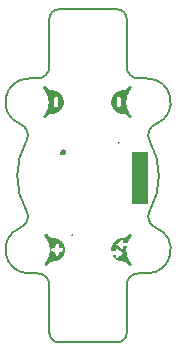
<source format=gbo>
G04*
G04 #@! TF.GenerationSoftware,Altium Limited,Altium Designer,21.6.4 (81)*
G04*
G04 Layer_Color=32896*
%FSAX25Y25*%
%MOIN*%
G70*
G04*
G04 #@! TF.SameCoordinates,9A5FF030-8DC4-432F-A364-1BA2AF03453A*
G04*
G04*
G04 #@! TF.FilePolarity,Positive*
G04*
G01*
G75*
%ADD13C,0.00787*%
%ADD25C,0.01968*%
%ADD52C,0.00591*%
%ADD53R,0.05610X0.17472*%
G36*
X-0014020Y0002509D02*
X-0014082Y0002519D01*
X-0014143Y0002537D01*
X-0014201Y0002561D01*
X-0014256Y0002591D01*
X-0014308Y0002628D01*
X-0014355Y0002670D01*
X-0014397Y0002717D01*
X-0014433Y0002768D01*
X-0014464Y0002823D01*
X-0014488Y0002882D01*
X-0014505Y0002943D01*
X-0014516Y0003005D01*
X-0014520Y0003068D01*
X-0014516Y0003131D01*
X-0014505Y0003193D01*
X-0014488Y0003254D01*
X-0014464Y0003312D01*
X-0014433Y0003367D01*
X-0014397Y0003418D01*
X-0014387Y0003429D01*
X-0014388Y0003429D01*
X-0014388Y0003430D01*
X-0014339Y0003487D01*
X-0014198Y0003664D01*
X-0014064Y0003846D01*
X-0013935Y0004032D01*
X-0013812Y0004222D01*
X-0013696Y0004416D01*
X-0013586Y0004614D01*
X-0013483Y0004815D01*
X-0013386Y0005020D01*
X-0013296Y0005227D01*
X-0013213Y0005438D01*
X-0013136Y0005651D01*
X-0013067Y0005866D01*
X-0013005Y0006084D01*
X-0012950Y0006304D01*
X-0012902Y0006525D01*
X-0012862Y0006747D01*
X-0012829Y0006971D01*
X-0012803Y0007196D01*
X-0012784Y0007422D01*
X-0012773Y0007648D01*
X-0012769Y0007874D01*
X-0012773Y0008100D01*
X-0012784Y0008326D01*
X-0012803Y0008552D01*
X-0012829Y0008777D01*
X-0012862Y0009001D01*
X-0012902Y0009223D01*
X-0012950Y0009444D01*
X-0013005Y0009664D01*
X-0013067Y0009882D01*
X-0013136Y0010097D01*
X-0013213Y0010310D01*
X-0013296Y0010520D01*
X-0013386Y0010728D01*
X-0013483Y0010933D01*
X-0013586Y0011134D01*
X-0013696Y0011332D01*
X-0013812Y0011526D01*
X-0013935Y0011716D01*
X-0014064Y0011902D01*
X-0014198Y0012084D01*
X-0014339Y0012261D01*
X-0014391Y0012322D01*
X-0014391Y0012323D01*
X-0014391Y0012323D01*
X-0014401Y0012334D01*
X-0014437Y0012386D01*
X-0014468Y0012441D01*
X-0014492Y0012500D01*
X-0014510Y0012561D01*
X-0014520Y0012623D01*
X-0014524Y0012686D01*
X-0014520Y0012750D01*
X-0014510Y0012812D01*
X-0014492Y0012873D01*
X-0014468Y0012931D01*
X-0014437Y0012987D01*
X-0014401Y0013038D01*
X-0014358Y0013086D01*
X-0014311Y0013128D01*
X-0014259Y0013165D01*
X-0014204Y0013195D01*
X-0014145Y0013220D01*
X-0014085Y0013237D01*
X-0014022Y0013248D01*
X-0013959Y0013251D01*
X-0013895Y0013248D01*
X-0013833Y0013237D01*
X-0013772Y0013220D01*
X-0013714Y0013195D01*
X-0013658Y0013165D01*
X-0013607Y0013128D01*
X-0013559Y0013086D01*
X-0013526Y0013049D01*
X-0013526Y0013049D01*
X-0013526Y0013049D01*
X-0013490Y0013006D01*
X-0013332Y0012809D01*
X-0013181Y0012607D01*
Y0012607D01*
D01*
X-0013180Y0012607D01*
X-0013178Y0012604D01*
X-0013178Y0012604D01*
X-0013138Y0012549D01*
X-0013061Y0012457D01*
X-0012978Y0012369D01*
X-0012890Y0012286D01*
X-0012798Y0012209D01*
X-0012701Y0012138D01*
X-0012600Y0012072D01*
X-0012495Y0012013D01*
X-0012386Y0011961D01*
X-0012275Y0011914D01*
X-0012161Y0011875D01*
X-0012045Y0011843D01*
X-0011927Y0011818D01*
X-0011808Y0011800D01*
X-0011688Y0011789D01*
X-0011585Y0011785D01*
Y0011785D01*
X-0011448Y0011782D01*
X-0011278Y0011771D01*
X-0011108Y0011752D01*
X-0010939Y0011727D01*
X-0010772Y0011693D01*
X-0010606Y0011653D01*
X-0010442Y0011605D01*
X-0010281Y0011550D01*
X-0010121Y0011488D01*
X-0009965Y0011419D01*
X-0009812Y0011344D01*
X-0009663Y0011262D01*
X-0009517Y0011173D01*
X-0009375Y0011079D01*
X-0009237Y0010978D01*
X-0009104Y0010871D01*
X-0008976Y0010758D01*
X-0008852Y0010640D01*
X-0008734Y0010517D01*
X-0008622Y0010389D01*
X-0008515Y0010255D01*
X-0008414Y0010118D01*
X-0008319Y0009976D01*
X-0008231Y0009830D01*
X-0008149Y0009680D01*
X-0008073Y0009527D01*
X-0008004Y0009371D01*
X-0007942Y0009212D01*
X-0007888Y0009050D01*
X-0007840Y0008886D01*
X-0007799Y0008721D01*
X-0007766Y0008553D01*
X-0007740Y0008385D01*
X-0007722Y0008215D01*
X-0007710Y0008045D01*
X-0007707Y0007874D01*
X-0007710Y0007703D01*
X-0007722Y0007533D01*
X-0007740Y0007363D01*
X-0007766Y0007195D01*
X-0007799Y0007027D01*
X-0007840Y0006861D01*
X-0007888Y0006698D01*
X-0007942Y0006536D01*
X-0008004Y0006377D01*
X-0008073Y0006221D01*
X-0008149Y0006068D01*
X-0008231Y0005918D01*
X-0008319Y0005772D01*
X-0008414Y0005630D01*
X-0008515Y0005493D01*
X-0008622Y0005359D01*
X-0008734Y0005231D01*
X-0008852Y0005108D01*
X-0008976Y0004990D01*
X-0009104Y0004877D01*
X-0009237Y0004770D01*
X-0009375Y0004670D01*
X-0009517Y0004575D01*
X-0009663Y0004486D01*
X-0009812Y0004404D01*
X-0009965Y0004329D01*
X-0010121Y0004260D01*
X-0010281Y0004198D01*
X-0010442Y0004143D01*
X-0010606Y0004095D01*
X-0010772Y0004055D01*
X-0010939Y0004022D01*
X-0011108Y0003996D01*
X-0011278Y0003977D01*
X-0011448Y0003966D01*
X-0011588Y0003963D01*
X-0011588Y0003963D01*
X-0011694Y0003959D01*
X-0011814Y0003949D01*
X-0011933Y0003930D01*
X-0012050Y0003905D01*
X-0012167Y0003873D01*
X-0012280Y0003833D01*
X-0012392Y0003787D01*
X-0012500Y0003735D01*
X-0012605Y0003675D01*
X-0012706Y0003610D01*
X-0012803Y0003539D01*
X-0012896Y0003461D01*
X-0012983Y0003379D01*
X-0013066Y0003291D01*
X-0013143Y0003199D01*
X-0013182Y0003146D01*
X-0013183Y0003145D01*
X-0013185Y0003142D01*
X-0013185Y0003142D01*
X-0013332Y0002946D01*
X-0013490Y0002749D01*
X-0013526Y0002706D01*
X-0013526Y0002706D01*
X-0013559Y0002670D01*
X-0013606Y0002628D01*
X-0013658Y0002591D01*
X-0013713Y0002561D01*
X-0013771Y0002537D01*
X-0013832Y0002519D01*
X-0013894Y0002509D01*
X-0013957Y0002505D01*
X-0014020Y0002509D01*
D02*
G37*
G36*
X0013895Y0002500D02*
X0013833Y0002511D01*
X0013772Y0002528D01*
X0013714Y0002553D01*
X0013658Y0002583D01*
X0013607Y0002620D01*
X0013559Y0002662D01*
X0013526Y0002699D01*
X0013526Y0002699D01*
X0013526Y0002699D01*
X0013490Y0002742D01*
X0013332Y0002939D01*
X0013181Y0003141D01*
X0013181Y0003141D01*
X0013180Y0003141D01*
X0013178Y0003144D01*
X0013178Y0003144D01*
X0013138Y0003199D01*
X0013061Y0003291D01*
X0012978Y0003379D01*
X0012890Y0003462D01*
X0012798Y0003539D01*
X0012701Y0003610D01*
X0012600Y0003675D01*
X0012495Y0003735D01*
X0012386Y0003787D01*
X0012275Y0003833D01*
X0012161Y0003873D01*
X0012045Y0003905D01*
X0011927Y0003931D01*
X0011808Y0003949D01*
X0011688Y0003960D01*
X0011585Y0003963D01*
X0011585Y0003963D01*
X0011448Y0003966D01*
X0011278Y0003977D01*
X0011108Y0003996D01*
X0010939Y0004022D01*
X0010772Y0004055D01*
X0010606Y0004095D01*
X0010442Y0004143D01*
X0010281Y0004198D01*
X0010121Y0004260D01*
X0009965Y0004329D01*
X0009812Y0004404D01*
X0009663Y0004486D01*
X0009517Y0004575D01*
X0009375Y0004670D01*
X0009237Y0004770D01*
X0009104Y0004877D01*
X0008976Y0004990D01*
X0008852Y0005108D01*
X0008734Y0005231D01*
X0008622Y0005359D01*
X0008515Y0005493D01*
X0008414Y0005630D01*
X0008319Y0005772D01*
X0008231Y0005918D01*
X0008149Y0006068D01*
X0008144Y0006078D01*
X0009450D01*
X0009450Y0005315D01*
X0009450Y0005315D01*
X0009453Y0005281D01*
X0009461Y0005247D01*
X0009474Y0005214D01*
X0009493Y0005185D01*
X0009515Y0005158D01*
X0009542Y0005135D01*
X0009572Y0005117D01*
X0009604Y0005104D01*
X0009638Y0005096D01*
X0009673Y0005093D01*
X0009707Y0005096D01*
X0009741Y0005104D01*
X0009774Y0005117D01*
X0009803Y0005135D01*
X0009806Y0005137D01*
X0009806Y0005137D01*
X0011643Y0006514D01*
X0011643Y0006514D01*
X0011667Y0006535D01*
X0011690Y0006561D01*
X0011708Y0006591D01*
X0011721Y0006623D01*
X0011730Y0006657D01*
X0011732Y0006692D01*
X0011730Y0006727D01*
X0011721Y0006761D01*
X0011708Y0006793D01*
X0011690Y0006823D01*
X0011667Y0006849D01*
X0011644Y0006870D01*
X0011643Y0006870D01*
X0009806Y0008249D01*
X0009806Y0008249D01*
X0009803Y0008251D01*
X0009774Y0008270D01*
X0009741Y0008283D01*
X0009707Y0008291D01*
X0009673Y0008294D01*
X0009638Y0008291D01*
X0009604Y0008283D01*
X0009572Y0008270D01*
X0009542Y0008251D01*
X0009515Y0008229D01*
X0009493Y0008202D01*
X0009474Y0008172D01*
X0009461Y0008140D01*
X0009453Y0008106D01*
X0009450Y0008071D01*
X0009450D01*
X0009450Y0007310D01*
X0007748D01*
X0007740Y0007363D01*
X0007722Y0007533D01*
X0007710Y0007703D01*
X0007707Y0007874D01*
X0007710Y0008045D01*
X0007722Y0008215D01*
X0007740Y0008385D01*
X0007766Y0008553D01*
X0007799Y0008721D01*
X0007840Y0008886D01*
X0007888Y0009050D01*
X0007942Y0009212D01*
X0008004Y0009371D01*
X0008073Y0009527D01*
X0008149Y0009680D01*
X0008231Y0009830D01*
X0008319Y0009976D01*
X0008414Y0010118D01*
X0008515Y0010255D01*
X0008622Y0010389D01*
X0008734Y0010517D01*
X0008852Y0010640D01*
X0008976Y0010758D01*
X0009104Y0010871D01*
X0009237Y0010978D01*
X0009375Y0011079D01*
X0009517Y0011173D01*
X0009663Y0011262D01*
X0009812Y0011344D01*
X0009965Y0011419D01*
X0010121Y0011488D01*
X0010281Y0011550D01*
X0010442Y0011605D01*
X0010606Y0011653D01*
X0010772Y0011693D01*
X0010939Y0011727D01*
X0011108Y0011752D01*
X0011278Y0011771D01*
X0011448Y0011782D01*
X0011588Y0011785D01*
X0011588Y0011785D01*
Y0011785D01*
X0011588Y0011785D01*
X0011694Y0011789D01*
X0011814Y0011800D01*
X0011933Y0011818D01*
X0012050Y0011843D01*
X0012167Y0011875D01*
X0012280Y0011915D01*
X0012392Y0011961D01*
X0012500Y0012013D01*
X0012605Y0012073D01*
X0012706Y0012138D01*
X0012803Y0012209D01*
X0012896Y0012286D01*
X0012983Y0012369D01*
X0013066Y0012457D01*
X0013143Y0012549D01*
X0013182Y0012602D01*
X0013183Y0012603D01*
X0013185Y0012606D01*
X0013185Y0012606D01*
X0013332Y0012802D01*
X0013490Y0012999D01*
X0013526Y0013042D01*
X0013526Y0013042D01*
X0013526Y0013042D01*
X0013559Y0013078D01*
X0013606Y0013120D01*
X0013658Y0013157D01*
X0013713Y0013187D01*
X0013771Y0013211D01*
X0013832Y0013229D01*
X0013894Y0013239D01*
X0013957Y0013243D01*
X0014020Y0013239D01*
X0014082Y0013229D01*
X0014143Y0013211D01*
X0014201Y0013187D01*
X0014256Y0013157D01*
X0014308Y0013120D01*
X0014355Y0013078D01*
X0014397Y0013031D01*
X0014433Y0012980D01*
X0014464Y0012924D01*
X0014488Y0012866D01*
X0014505Y0012806D01*
X0014516Y0012743D01*
X0014520Y0012680D01*
X0014516Y0012617D01*
X0014505Y0012555D01*
X0014488Y0012495D01*
X0014464Y0012436D01*
X0014433Y0012381D01*
X0014397Y0012330D01*
X0014387Y0012319D01*
X0014388Y0012319D01*
X0014388Y0012318D01*
X0014339Y0012261D01*
X0014198Y0012084D01*
X0014064Y0011902D01*
X0013935Y0011716D01*
X0013812Y0011526D01*
X0013696Y0011332D01*
X0013586Y0011134D01*
X0013483Y0010933D01*
X0013386Y0010728D01*
X0013296Y0010520D01*
X0013213Y0010310D01*
X0013192Y0010253D01*
X0011751Y0010253D01*
X0011751Y0011015D01*
X0011751Y0011015D01*
X0011749Y0011050D01*
X0011740Y0011084D01*
X0011727Y0011116D01*
X0011709Y0011146D01*
X0011686Y0011173D01*
X0011660Y0011195D01*
X0011630Y0011214D01*
X0011598Y0011227D01*
X0011564Y0011235D01*
X0011529Y0011238D01*
X0011494Y0011235D01*
X0011460Y0011227D01*
X0011428Y0011214D01*
X0011398Y0011195D01*
X0011396Y0011193D01*
X0011395Y0011193D01*
X0009558Y0009816D01*
X0009558Y0009816D01*
X0009534Y0009796D01*
X0009511Y0009769D01*
X0009493Y0009740D01*
X0009480Y0009707D01*
X0009472Y0009673D01*
X0009469Y0009639D01*
X0009472Y0009604D01*
X0009480Y0009570D01*
X0009493Y0009538D01*
X0009511Y0009508D01*
X0009534Y0009481D01*
X0009558Y0009461D01*
X0009558Y0009461D01*
X0011395Y0008082D01*
X0011395Y0008082D01*
X0011398Y0008079D01*
X0011428Y0008061D01*
X0011460Y0008048D01*
X0011494Y0008040D01*
X0011529Y0008037D01*
X0011564Y0008040D01*
X0011598Y0008048D01*
X0011630Y0008061D01*
X0011660Y0008079D01*
X0011686Y0008102D01*
X0011709Y0008129D01*
X0011727Y0008158D01*
X0011740Y0008191D01*
X0011749Y0008225D01*
X0011751Y0008259D01*
X0011751D01*
X0011751Y0009021D01*
X0012866Y0009021D01*
X0012862Y0009001D01*
X0012829Y0008777D01*
X0012803Y0008552D01*
X0012784Y0008326D01*
X0012773Y0008100D01*
X0012769Y0007874D01*
X0012773Y0007648D01*
X0012784Y0007422D01*
X0012803Y0007196D01*
X0012829Y0006971D01*
X0012862Y0006747D01*
X0012902Y0006525D01*
X0012950Y0006304D01*
X0013005Y0006084D01*
X0013067Y0005866D01*
X0013136Y0005651D01*
X0013213Y0005438D01*
X0013296Y0005227D01*
X0013386Y0005020D01*
X0013483Y0004815D01*
X0013586Y0004614D01*
X0013696Y0004416D01*
X0013812Y0004222D01*
X0013935Y0004032D01*
X0014064Y0003846D01*
X0014198Y0003664D01*
X0014339Y0003487D01*
X0014391Y0003426D01*
X0014391Y0003425D01*
X0014391Y0003425D01*
X0014401Y0003414D01*
X0014437Y0003362D01*
X0014468Y0003307D01*
X0014492Y0003248D01*
X0014510Y0003187D01*
X0014520Y0003125D01*
X0014524Y0003062D01*
X0014520Y0002998D01*
X0014510Y0002936D01*
X0014492Y0002875D01*
X0014468Y0002817D01*
X0014437Y0002761D01*
X0014401Y0002709D01*
X0014358Y0002662D01*
X0014311Y0002620D01*
X0014259Y0002583D01*
X0014204Y0002553D01*
X0014145Y0002528D01*
X0014085Y0002511D01*
X0014022Y0002500D01*
X0013959Y0002497D01*
X0013895Y0002500D01*
D02*
G37*
G36*
X-0014914Y0061962D02*
X-0014903Y0062024D01*
X-0014886Y0062085D01*
X-0014862Y0062144D01*
X-0014831Y0062199D01*
X-0014794Y0062251D01*
X-0014752Y0062298D01*
X-0014705Y0062340D01*
X-0014653Y0062377D01*
X-0014598Y0062408D01*
X-0014539Y0062432D01*
X-0014478Y0062450D01*
X-0014416Y0062460D01*
X-0014352Y0062464D01*
X-0014289Y0062460D01*
X-0014227Y0062450D01*
X-0014166Y0062432D01*
X-0014107Y0062408D01*
X-0014052Y0062377D01*
X-0014000Y0062340D01*
X-0013953Y0062298D01*
X-0013920Y0062261D01*
X-0013920Y0062262D01*
X-0013920Y0062261D01*
X-0013884Y0062219D01*
X-0013726Y0062021D01*
X-0013574Y0061820D01*
X-0013574Y0061820D01*
X-0013574Y0061820D01*
X-0013572Y0061817D01*
X-0013572Y0061816D01*
X-0013531Y0061762D01*
X-0013454Y0061669D01*
X-0013372Y0061581D01*
X-0013284Y0061499D01*
X-0013192Y0061422D01*
X-0013094Y0061350D01*
X-0012993Y0061285D01*
X-0012888Y0061226D01*
X-0012780Y0061173D01*
X-0012669Y0061127D01*
X-0012555Y0061088D01*
X-0012439Y0061055D01*
X-0012321Y0061030D01*
X-0012202Y0061012D01*
X-0012082Y0061001D01*
X-0011979Y0060998D01*
X-0011979Y0060998D01*
X-0011842Y0060995D01*
X-0011671Y0060984D01*
X-0011502Y0060965D01*
X-0011333Y0060939D01*
X-0011165Y0060906D01*
X-0011000Y0060865D01*
X-0010836Y0060817D01*
X-0010674Y0060763D01*
X-0010515Y0060701D01*
X-0010359Y0060632D01*
X-0010206Y0060556D01*
X-0010056Y0060474D01*
X-0009910Y0060386D01*
X-0009768Y0060291D01*
X-0009631Y0060190D01*
X-0009498Y0060083D01*
X-0009369Y0059971D01*
X-0009246Y0059853D01*
X-0009128Y0059729D01*
X-0009015Y0059601D01*
X-0008909Y0059468D01*
X-0008808Y0059330D01*
X-0008713Y0059188D01*
X-0008624Y0059042D01*
X-0008542Y0058893D01*
X-0008467Y0058740D01*
X-0008398Y0058583D01*
X-0008336Y0058424D01*
X-0008281Y0058263D01*
X-0008234Y0058099D01*
X-0008193Y0057933D01*
X-0008160Y0057766D01*
X-0008134Y0057597D01*
X-0008115Y0057427D01*
X-0008104Y0057257D01*
X-0008100Y0057086D01*
X-0008104Y0056916D01*
X-0008115Y0056745D01*
X-0008134Y0056576D01*
X-0008160Y0056407D01*
X-0008193Y0056240D01*
X-0008234Y0056074D01*
X-0008281Y0055910D01*
X-0008336Y0055748D01*
X-0008398Y0055589D01*
X-0008467Y0055433D01*
X-0008542Y0055280D01*
X-0008624Y0055130D01*
X-0008713Y0054985D01*
X-0008808Y0054843D01*
X-0008909Y0054705D01*
X-0009015Y0054572D01*
X-0009128Y0054444D01*
X-0009246Y0054320D01*
X-0009369Y0054202D01*
X-0009498Y0054090D01*
X-0009631Y0053983D01*
X-0009768Y0053882D01*
X-0009910Y0053787D01*
X-0010056Y0053699D01*
X-0010206Y0053616D01*
X-0010359Y0053541D01*
X-0010515Y0053472D01*
X-0010674Y0053410D01*
X-0010836Y0053356D01*
X-0011000Y0053308D01*
X-0011165Y0053267D01*
X-0011333Y0053234D01*
X-0011502Y0053208D01*
X-0011671Y0053189D01*
X-0011842Y0053178D01*
X-0011982Y0053175D01*
Y0053175D01*
X-0012087Y0053172D01*
X-0012207Y0053161D01*
X-0012326Y0053143D01*
X-0012444Y0053118D01*
X-0012560Y0053085D01*
X-0012674Y0053046D01*
X-0012786Y0053000D01*
X-0012894Y0052947D01*
X-0012999Y0052888D01*
X-0013100Y0052823D01*
X-0013197Y0052751D01*
X-0013289Y0052674D01*
X-0013377Y0052591D01*
X-0013460Y0052504D01*
X-0013537Y0052411D01*
X-0013576Y0052358D01*
X-0013576Y0052358D01*
X-0013578Y0052355D01*
X-0013579Y0052355D01*
X-0013726Y0052159D01*
X-0013884Y0051961D01*
X-0013920Y0051919D01*
X-0013920Y0051919D01*
X-0013920D01*
X-0013920Y0051919D01*
X-0013953Y0051882D01*
X-0014000Y0051840D01*
X-0014051Y0051804D01*
X-0014107Y0051773D01*
X-0014165Y0051749D01*
X-0014225Y0051732D01*
X-0014288Y0051721D01*
X-0014351Y0051718D01*
X-0014414Y0051721D01*
X-0014476Y0051732D01*
X-0014536Y0051749D01*
X-0014595Y0051773D01*
X-0014650Y0051804D01*
X-0014701Y0051840D01*
X-0014748Y0051882D01*
X-0014791Y0051929D01*
X-0014827Y0051981D01*
X-0014857Y0052036D01*
X-0014882Y0052094D01*
X-0014899Y0052155D01*
X-0014910Y0052217D01*
X-0014913Y0052280D01*
X-0014910Y0052343D01*
X-0014899Y0052405D01*
X-0014882Y0052466D01*
X-0014857Y0052524D01*
X-0014827Y0052579D01*
X-0014791Y0052631D01*
X-0014781Y0052641D01*
X-0014782Y0052642D01*
X-0014781Y0052642D01*
X-0014733Y0052699D01*
X-0014592Y0052876D01*
X-0014457Y0053058D01*
X-0014329Y0053244D01*
X-0014206Y0053434D01*
X-0014090Y0053629D01*
X-0013980Y0053826D01*
X-0013876Y0054028D01*
X-0013780Y0054232D01*
X-0013690Y0054440D01*
X-0013606Y0054650D01*
X-0013530Y0054864D01*
X-0013461Y0055079D01*
X-0013399Y0055296D01*
X-0013344Y0055516D01*
X-0013296Y0055737D01*
X-0013255Y0055960D01*
X-0013222Y0056184D01*
X-0013196Y0056409D01*
X-0013178Y0056634D01*
X-0013167Y0056860D01*
X-0013163Y0057086D01*
X-0013167Y0057313D01*
X-0013178Y0057539D01*
X-0013196Y0057764D01*
X-0013222Y0057989D01*
X-0013255Y0058213D01*
X-0013296Y0058436D01*
X-0013344Y0058657D01*
X-0013399Y0058876D01*
X-0013461Y0059094D01*
X-0013530Y0059309D01*
X-0013606Y0059522D01*
X-0013690Y0059733D01*
X-0013780Y0059941D01*
X-0013876Y0060145D01*
X-0013980Y0060347D01*
X-0014090Y0060544D01*
X-0014206Y0060738D01*
X-0014329Y0060929D01*
X-0014457Y0061115D01*
X-0014592Y0061296D01*
X-0014733Y0061474D01*
X-0014784Y0061535D01*
X-0014785Y0061535D01*
X-0014784Y0061536D01*
X-0014794Y0061546D01*
X-0014831Y0061598D01*
X-0014862Y0061654D01*
X-0014886Y0061712D01*
X-0014903Y0061773D01*
X-0014914Y0061835D01*
X-0014918Y0061899D01*
X-0014914Y0061962D01*
D02*
G37*
G36*
X0014520Y0052211D02*
X0014510Y0052149D01*
X0014492Y0052088D01*
X0014468Y0052029D01*
X0014437Y0051974D01*
X0014400Y0051922D01*
X0014358Y0051875D01*
X0014311Y0051833D01*
X0014259Y0051796D01*
X0014204Y0051766D01*
X0014145Y0051741D01*
X0014085Y0051724D01*
X0014022Y0051713D01*
X0013959Y0051710D01*
X0013895Y0051713D01*
X0013833Y0051724D01*
X0013772Y0051741D01*
X0013714Y0051766D01*
X0013658Y0051796D01*
X0013607Y0051833D01*
X0013559Y0051875D01*
X0013526Y0051912D01*
X0013526Y0051912D01*
X0013526Y0051912D01*
X0013490Y0051955D01*
X0013332Y0052152D01*
X0013180Y0052353D01*
X0013180Y0052353D01*
X0013180Y0052354D01*
X0013178Y0052357D01*
X0013178Y0052357D01*
X0013138Y0052412D01*
X0013061Y0052504D01*
X0012978Y0052592D01*
X0012890Y0052674D01*
X0012798Y0052751D01*
X0012701Y0052823D01*
X0012599Y0052888D01*
X0012495Y0052947D01*
X0012386Y0053000D01*
X0012275Y0053046D01*
X0012161Y0053086D01*
X0012045Y0053118D01*
X0011927Y0053143D01*
X0011808Y0053161D01*
X0011688Y0053172D01*
X0011585Y0053175D01*
X0011585Y0053176D01*
X0011448Y0053179D01*
X0011277Y0053190D01*
X0011108Y0053208D01*
X0010939Y0053234D01*
X0010772Y0053268D01*
X0010606Y0053308D01*
X0010442Y0053356D01*
X0010281Y0053411D01*
X0010121Y0053473D01*
X0009965Y0053541D01*
X0009812Y0053617D01*
X0009663Y0053699D01*
X0009517Y0053787D01*
X0009375Y0053882D01*
X0009237Y0053983D01*
X0009104Y0054090D01*
X0008976Y0054203D01*
X0008852Y0054321D01*
X0008734Y0054444D01*
X0008622Y0054572D01*
X0008515Y0054705D01*
X0008414Y0054843D01*
X0008319Y0054985D01*
X0008231Y0055131D01*
X0008149Y0055281D01*
X0008073Y0055433D01*
X0008004Y0055590D01*
X0007942Y0055749D01*
X0007888Y0055910D01*
X0007840Y0056074D01*
X0007799Y0056240D01*
X0007766Y0056407D01*
X0007740Y0056576D01*
X0007721Y0056746D01*
X0007710Y0056916D01*
X0007706Y0057087D01*
X0007710Y0057257D01*
X0007721Y0057428D01*
X0007740Y0057597D01*
X0007766Y0057766D01*
X0007799Y0057933D01*
X0007840Y0058099D01*
X0007888Y0058263D01*
X0007942Y0058425D01*
X0008004Y0058584D01*
X0008073Y0058740D01*
X0008149Y0058893D01*
X0008231Y0059043D01*
X0008319Y0059189D01*
X0008414Y0059331D01*
X0008515Y0059468D01*
X0008622Y0059601D01*
X0008734Y0059730D01*
X0008852Y0059853D01*
X0008976Y0059971D01*
X0009104Y0060084D01*
X0009237Y0060190D01*
X0009375Y0060291D01*
X0009517Y0060386D01*
X0009663Y0060475D01*
X0009812Y0060557D01*
X0009965Y0060632D01*
X0010121Y0060701D01*
X0010281Y0060763D01*
X0010442Y0060818D01*
X0010606Y0060865D01*
X0010772Y0060906D01*
X0010939Y0060939D01*
X0011108Y0060965D01*
X0011277Y0060984D01*
X0011448Y0060995D01*
X0011588Y0060998D01*
X0011588Y0060998D01*
X0011694Y0061001D01*
X0011814Y0061012D01*
X0011933Y0061030D01*
X0012050Y0061056D01*
X0012167Y0061088D01*
X0012280Y0061127D01*
X0012392Y0061173D01*
X0012500Y0061226D01*
X0012605Y0061285D01*
X0012706Y0061351D01*
X0012803Y0061422D01*
X0012896Y0061499D01*
X0012983Y0061582D01*
X0013066Y0061670D01*
X0013143Y0061762D01*
X0013182Y0061815D01*
X0013183Y0061816D01*
X0013185Y0061819D01*
X0013185Y0061819D01*
X0013332Y0062014D01*
X0013490Y0062212D01*
X0013526Y0062254D01*
X0013526Y0062255D01*
X0013526Y0062255D01*
X0013526Y0062254D01*
X0013559Y0062291D01*
X0013606Y0062333D01*
X0013658Y0062370D01*
X0013713Y0062400D01*
X0013771Y0062424D01*
X0013832Y0062442D01*
X0013894Y0062452D01*
X0013957Y0062456D01*
X0014020Y0062452D01*
X0014082Y0062442D01*
X0014143Y0062424D01*
X0014201Y0062400D01*
X0014256Y0062370D01*
X0014308Y0062333D01*
X0014355Y0062291D01*
X0014397Y0062244D01*
X0014433Y0062192D01*
X0014464Y0062137D01*
X0014488Y0062079D01*
X0014505Y0062018D01*
X0014516Y0061956D01*
X0014520Y0061893D01*
X0014516Y0061830D01*
X0014505Y0061768D01*
X0014488Y0061707D01*
X0014464Y0061649D01*
X0014433Y0061594D01*
X0014397Y0061542D01*
X0014387Y0061532D01*
X0014388Y0061532D01*
X0014388Y0061531D01*
X0014339Y0061474D01*
X0014198Y0061297D01*
X0014064Y0061115D01*
X0013935Y0060929D01*
X0013812Y0060739D01*
X0013696Y0060545D01*
X0013586Y0060347D01*
X0013483Y0060145D01*
X0013386Y0059941D01*
X0013296Y0059733D01*
X0013213Y0059523D01*
X0013136Y0059310D01*
X0013067Y0059094D01*
X0013005Y0058877D01*
X0012950Y0058657D01*
X0012902Y0058436D01*
X0012862Y0058213D01*
X0012829Y0057990D01*
X0012803Y0057765D01*
X0012784Y0057539D01*
X0012773Y0057313D01*
X0012769Y0057087D01*
X0012773Y0056861D01*
X0012784Y0056634D01*
X0012803Y0056409D01*
X0012829Y0056184D01*
X0012862Y0055960D01*
X0012902Y0055738D01*
X0012950Y0055516D01*
X0013005Y0055297D01*
X0013067Y0055079D01*
X0013136Y0054864D01*
X0013213Y0054651D01*
X0013296Y0054440D01*
X0013386Y0054233D01*
X0013483Y0054028D01*
X0013586Y0053827D01*
X0013696Y0053629D01*
X0013812Y0053435D01*
X0013935Y0053245D01*
X0014064Y0053059D01*
X0014198Y0052877D01*
X0014339Y0052700D01*
X0014391Y0052639D01*
X0014391Y0052638D01*
X0014391Y0052638D01*
X0014400Y0052627D01*
X0014437Y0052575D01*
X0014468Y0052520D01*
X0014492Y0052461D01*
X0014510Y0052400D01*
X0014520Y0052338D01*
X0014524Y0052275D01*
X0014520Y0052211D01*
D02*
G37*
%LPC*%
G36*
X-0010238Y0005880D02*
X-0010169Y0005884D01*
X-0010101Y0005895D01*
X-0010035Y0005914D01*
X-0009971Y0005941D01*
X-0009910Y0005974D01*
X-0009854Y0006014D01*
X-0009803Y0006061D01*
X-0009756Y0006112D01*
X-0009716Y0006168D01*
X-0009683Y0006229D01*
X-0009657Y0006293D01*
X-0009637Y0006359D01*
X-0009626Y0006427D01*
X-0009622Y0006496D01*
X-0009622D01*
Y0007258D01*
X-0008860D01*
Y0007258D01*
X-0008791Y0007262D01*
X-0008723Y0007273D01*
X-0008657Y0007292D01*
X-0008593Y0007319D01*
X-0008532Y0007352D01*
X-0008476Y0007392D01*
X-0008424Y0007438D01*
X-0008378Y0007490D01*
X-0008338Y0007546D01*
X-0008305Y0007607D01*
X-0008279Y0007671D01*
X-0008259Y0007737D01*
X-0008248Y0007805D01*
X-0008244Y0007874D01*
X-0008248Y0007943D01*
X-0008259Y0008011D01*
X-0008279Y0008078D01*
X-0008305Y0008142D01*
X-0008338Y0008202D01*
X-0008378Y0008259D01*
X-0008424Y0008310D01*
X-0008476Y0008356D01*
X-0008532Y0008396D01*
X-0008593Y0008430D01*
X-0008657Y0008456D01*
X-0008723Y0008475D01*
X-0008791Y0008487D01*
X-0008860Y0008491D01*
Y0008490D01*
X-0009622D01*
Y0009252D01*
X-0009622D01*
X-0009626Y0009321D01*
X-0009637Y0009390D01*
X-0009657Y0009456D01*
X-0009683Y0009520D01*
X-0009716Y0009580D01*
X-0009756Y0009637D01*
X-0009803Y0009688D01*
X-0009854Y0009734D01*
X-0009910Y0009774D01*
X-0009971Y0009808D01*
X-0010035Y0009834D01*
X-0010101Y0009853D01*
X-0010169Y0009865D01*
X-0010238Y0009869D01*
X-0010307Y0009865D01*
X-0010376Y0009853D01*
X-0010442Y0009834D01*
X-0010506Y0009808D01*
X-0010566Y0009774D01*
X-0010623Y0009734D01*
X-0010674Y0009688D01*
X-0010720Y0009637D01*
X-0010760Y0009580D01*
X-0010794Y0009520D01*
X-0010820Y0009456D01*
X-0010840Y0009390D01*
X-0010851Y0009321D01*
X-0010855Y0009252D01*
X-0010854D01*
Y0008490D01*
X-0011616D01*
Y0008491D01*
X-0011685Y0008487D01*
X-0011754Y0008475D01*
X-0011820Y0008456D01*
X-0011884Y0008430D01*
X-0011944Y0008396D01*
X-0012001Y0008356D01*
X-0012052Y0008310D01*
X-0012098Y0008259D01*
X-0012138Y0008202D01*
X-0012172Y0008142D01*
X-0012198Y0008078D01*
X-0012217Y0008011D01*
X-0012229Y0007943D01*
X-0012233Y0007874D01*
X-0012229Y0007805D01*
X-0012217Y0007737D01*
X-0012198Y0007671D01*
X-0012172Y0007607D01*
X-0012138Y0007546D01*
X-0012098Y0007490D01*
X-0012052Y0007438D01*
X-0012001Y0007392D01*
X-0011944Y0007352D01*
X-0011884Y0007319D01*
X-0011820Y0007292D01*
X-0011754Y0007273D01*
X-0011685Y0007262D01*
X-0011616Y0007258D01*
Y0007258D01*
X-0010854D01*
Y0006496D01*
X-0010855D01*
X-0010851Y0006427D01*
X-0010840Y0006359D01*
X-0010820Y0006293D01*
X-0010794Y0006229D01*
X-0010760Y0006168D01*
X-0010720Y0006112D01*
X-0010674Y0006061D01*
X-0010623Y0006014D01*
X-0010566Y0005974D01*
X-0010506Y0005941D01*
X-0010442Y0005914D01*
X-0010376Y0005895D01*
X-0010307Y0005884D01*
X-0010238Y0005880D01*
D02*
G37*
G36*
X-0011249Y0058268D02*
X-0011248D01*
Y0055906D01*
X-0011249D01*
X-0011245Y0055837D01*
X-0011233Y0055769D01*
X-0011214Y0055702D01*
X-0011188Y0055638D01*
X-0011154Y0055578D01*
X-0011114Y0055521D01*
X-0011068Y0055470D01*
X-0011016Y0055424D01*
X-0010960Y0055384D01*
X-0010900Y0055350D01*
X-0010836Y0055324D01*
X-0010769Y0055305D01*
X-0010701Y0055293D01*
X-0010632Y0055289D01*
X-0010563Y0055293D01*
X-0010495Y0055305D01*
X-0010429Y0055324D01*
X-0010365Y0055350D01*
X-0010304Y0055384D01*
X-0010248Y0055424D01*
X-0010196Y0055470D01*
X-0010150Y0055521D01*
X-0010110Y0055578D01*
X-0010077Y0055638D01*
X-0010050Y0055702D01*
X-0010031Y0055769D01*
X-0010019Y0055837D01*
X-0010016Y0055906D01*
X-0010016D01*
Y0058268D01*
X-0010016D01*
X-0010019Y0058337D01*
X-0010031Y0058405D01*
X-0010050Y0058472D01*
X-0010077Y0058535D01*
X-0010110Y0058596D01*
X-0010150Y0058652D01*
X-0010196Y0058704D01*
X-0010248Y0058750D01*
X-0010304Y0058790D01*
X-0010365Y0058823D01*
X-0010429Y0058850D01*
X-0010495Y0058869D01*
X-0010563Y0058881D01*
X-0010632Y0058884D01*
X-0010701Y0058881D01*
X-0010769Y0058869D01*
X-0010836Y0058850D01*
X-0010900Y0058823D01*
X-0010960Y0058790D01*
X-0011016Y0058750D01*
X-0011068Y0058704D01*
X-0011114Y0058652D01*
X-0011154Y0058596D01*
X-0011188Y0058535D01*
X-0011214Y0058472D01*
X-0011233Y0058405D01*
X-0011245Y0058337D01*
X-0011249Y0058268D01*
D02*
G37*
G36*
X0010855Y0055905D02*
X0010854D01*
Y0058268D01*
X0010855D01*
X0010851Y0058337D01*
X0010839Y0058405D01*
X0010820Y0058471D01*
X0010794Y0058535D01*
X0010760Y0058596D01*
X0010720Y0058652D01*
X0010674Y0058704D01*
X0010623Y0058750D01*
X0010566Y0058790D01*
X0010506Y0058823D01*
X0010442Y0058850D01*
X0010375Y0058869D01*
X0010307Y0058880D01*
X0010238Y0058884D01*
X0010169Y0058880D01*
X0010101Y0058869D01*
X0010035Y0058850D01*
X0009971Y0058823D01*
X0009910Y0058790D01*
X0009854Y0058750D01*
X0009802Y0058704D01*
X0009756Y0058652D01*
X0009716Y0058596D01*
X0009683Y0058535D01*
X0009656Y0058471D01*
X0009637Y0058405D01*
X0009626Y0058337D01*
X0009622Y0058268D01*
X0009622D01*
Y0055905D01*
X0009622D01*
X0009626Y0055836D01*
X0009637Y0055768D01*
X0009656Y0055702D01*
X0009683Y0055638D01*
X0009716Y0055577D01*
X0009756Y0055521D01*
X0009802Y0055469D01*
X0009854Y0055423D01*
X0009910Y0055383D01*
X0009971Y0055350D01*
X0010035Y0055323D01*
X0010101Y0055304D01*
X0010169Y0055293D01*
X0010238Y0055289D01*
X0010307Y0055293D01*
X0010375Y0055304D01*
X0010442Y0055323D01*
X0010506Y0055350D01*
X0010566Y0055383D01*
X0010623Y0055423D01*
X0010674Y0055469D01*
X0010720Y0055521D01*
X0010760Y0055577D01*
X0010794Y0055638D01*
X0010820Y0055702D01*
X0010839Y0055768D01*
X0010851Y0055836D01*
X0010855Y0055905D01*
D02*
G37*
%LPD*%
D13*
X0022543Y0049747D02*
G03*
X0020547Y0044135I0001428J-0003669D01*
G01*
X-0012874Y-0019882D02*
G03*
X-0009724Y-0023031I0003145J-0000004D01*
G01*
X0020547Y0020825D02*
G03*
X0020547Y0044135I-0020547J0011655D01*
G01*
X-0016811Y0064961D02*
G03*
X-0012874Y0068898I-0000001J0003938D01*
G01*
Y-0003937D02*
G03*
X-0016811Y0000000I-0003938J-0000001D01*
G01*
X-0009724Y0087992D02*
G03*
X-0012874Y0084842I-0000004J-0003145D01*
G01*
X0020547Y0020825D02*
G03*
X0022543Y0015214I0003424J-0001942D01*
G01*
X-0022543Y0015214D02*
G03*
X-0019488Y0000000I0002857J-0007340D01*
G01*
X0012874Y0084842D02*
G03*
X0009724Y0087992I-0003145J0000004D01*
G01*
X0019488Y0000000D02*
G03*
X0022543Y0015214I0000197J0007874D01*
G01*
X-0022543D02*
G03*
X-0020547Y0020825I-0001428J0003669D01*
G01*
X0012874Y0068898D02*
G03*
X0016811Y0064961I0003938J0000001D01*
G01*
Y0000000D02*
G03*
X0012874Y-0003937I0000001J-0003938D01*
G01*
X-0019488Y0064961D02*
G03*
X-0022543Y0049747I-0000197J-0007874D01*
G01*
X-0020547Y0044135D02*
G03*
X-0020547Y0020825I0020547J-0011655D01*
G01*
X0022543Y0049747D02*
G03*
X0019488Y0064961I-0002858J0007340D01*
G01*
X-0020547Y0044135D02*
G03*
X-0022543Y0049747I-0003424J0001942D01*
G01*
X0009724Y-0023031D02*
G03*
X0012874Y-0019882I0000004J0003145D01*
G01*
X-0019488Y0064961D02*
X-0016811D01*
X0012874Y-0019882D02*
Y-0003937D01*
X-0012874Y0068898D02*
Y0084842D01*
X-0009724Y-0023031D02*
X0009724D01*
X-0009724Y0087992D02*
X0009724D01*
X-0012874Y-0019882D02*
Y-0003937D01*
X0012874Y0068898D02*
Y0084842D01*
X-0019488Y0000000D02*
X-0016811D01*
X0016811Y0064961D02*
X0019488D01*
X0016811Y0000000D02*
X0019488D01*
D25*
X-0008268Y0040357D02*
G03*
X-0008268Y0040357I-0000197J0000000D01*
G01*
D52*
X0010280Y0043549D02*
G03*
X0010280Y0043549I-0000197J0000000D01*
G01*
X-0005315Y0012795D02*
G03*
X-0005315Y0012795I-0000197J0000000D01*
G01*
D53*
X0017372Y0031815D02*
D03*
M02*

</source>
